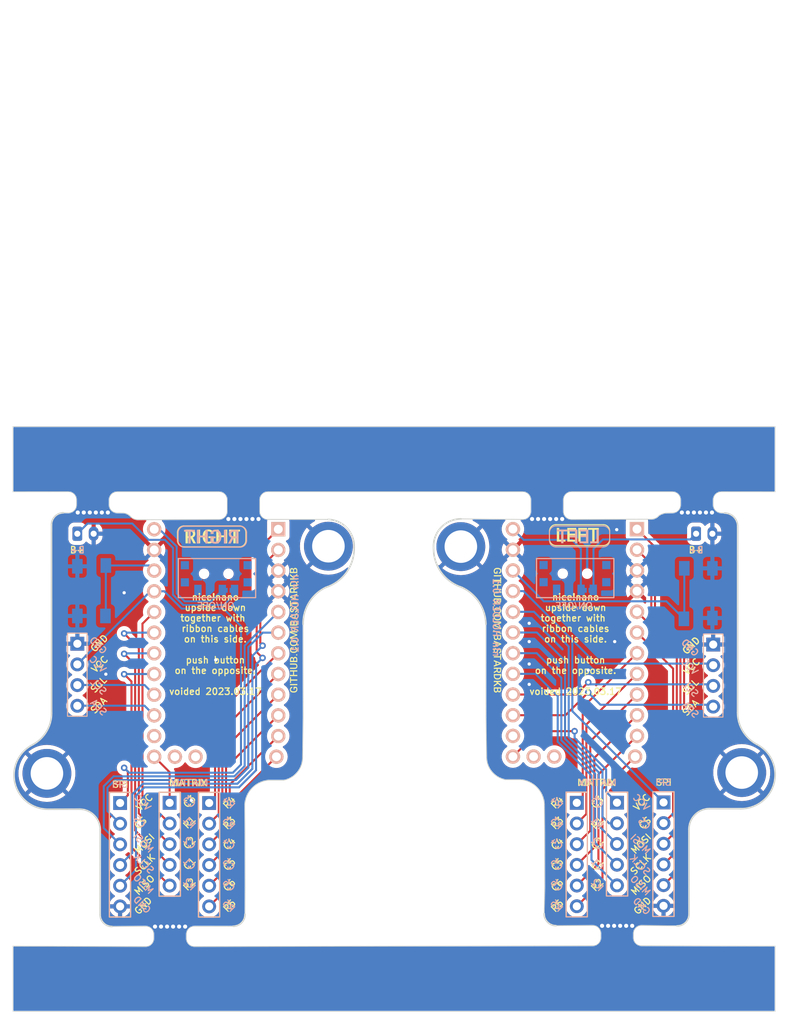
<source format=kicad_pcb>
(kicad_pcb (version 20221018) (generator pcbnew)
  (layers (0 "F.Cu" signal) (31 "B.Cu" signal) (34 "B.Paste" user) (35 "F.Paste" user) (36 "B.SilkS" user "B.Silkscreen") (37 "F.SilkS" user "F.Silkscreen") (38 "B.Mask" user) (39 "F.Mask" user) (44 "Edge.Cuts" user))
  (net 0 "")
  (net 1 "Rst")
  (net 2 "Rst2")
  (net 3 "ss_l")
  (net 4 "ss_r")
  (net 5 "col3_l")
  (net 6 "row1_l")
  (net 7 "col2_l")
  (net 8 "col1_l")
  (net 9 "row2_l")
  (net 10 "row4_l")
  (net 11 "row3_l")
  (net 12 "col4_l")
  (net 13 "col5_l")
  (net 14 "col6_l")
  (net 15 "row5_l")
  (net 16 "col3_r")
  (net 17 "row1_r")
  (net 18 "col2_r")
  (net 19 "col1_r")
  (net 20 "row2_r")
  (net 21 "row4_r")
  (net 22 "row3_r")
  (net 23 "col4_r")
  (net 24 "col5_r")
  (net 25 "col6_r")
  (net 26 "row5_r")
  (net 27 "GND")
  (net 28 "scl_l")
  (net 29 "sda_l")
  (net 30 "scl_r")
  (net 31 "sda_r")
  (net 32 "+5V")
  (net 33 "miso_l")
  (net 34 "sc_l")
  (net 35 "mosi_l")
  (net 36 "miso_r")
  (net 37 "sc_r")
  (net 38 "mosi_r")
  (net 39 "bat_l")
  (net 40 "bat_r")
  (net 41 "bat_sw_l")
  (net 42 "bat_sw_r")
  (footprint "Library:5_PinHeader" (layer "F.Cu") (at 127.832542 102.8)
    (fp_text reference "J9" hide)
    (fp_text value "Ribbon")
  )
  (footprint "marbastlib-various:mousebites_2.5mm" (layer "F.Cu") (at 127.89 117.95 90)
    (fp_text reference "REF**" hide)
    (fp_text value "mousebites 2mm" hide)
    (fp_line (start -1.5 -2) (end -1 -2) (stroke (width 0.08)) (layer "Edge.Cuts"))
    (fp_line (start -1 2) (end -1.5 2) (stroke (width 0.08)) (layer "Edge.Cuts"))
    (fp_arc (start -2.5 3) (mid -2.207108 2.292895) (end -1.500003 2.000003) (stroke (width 0.08)) (layer "Edge.Cuts"))
    (fp_arc (start -1.5 -2) (mid -2.207105 -2.292892) (end -2.499997 -2.999997) (stroke (width 0.08)) (layer "Edge.Cuts"))
    (fp_arc (start -1 2) (mid -0.292895 2.292892) (end -0.000003 2.999997) (stroke (width 0.08)) (layer "Edge.Cuts"))
    (fp_arc (start 0 -3) (mid -0.292892 -2.292895) (end -0.999997 -2.000003) (stroke (width 0.08)) (layer "Edge.Cuts"))
  )
  (footprint "Library:6_PinHeader" (layer "F.Cu") (at 177.847199 102.799999)
    (fp_text reference "J12" hide)
    (fp_text value "Ribbon")
  )
  (footprint "marbastlib-various:mousebites_2.5mm" (layer "F.Cu") (at 118.4 67.195 -90)
    (fp_text reference "REF**" hide)
    (fp_text value "mousebites 2mm" hide)
    (fp_line (start -1.6 -2) (end -1 -2) (stroke (width 0.08)) (layer "Edge.Cuts"))
    (fp_line (start -1 2) (end -1.600003 2.000003) (stroke (width 0.08)) (layer "Edge.Cuts"))
    (fp_arc (start -2.6 3) (mid -2.307108 2.292895) (end -1.600003 2.000003) (stroke (width 0.08)) (layer "Edge.Cuts"))
    (fp_arc (start -1.6 -2) (mid -2.307105 -2.292892) (end -2.599997 -2.999997) (stroke (width 0.08)) (layer "Edge.Cuts"))
    (fp_arc (start -1 2) (mid -0.292895 2.292892) (end -0.000003 2.999997) (stroke (width 0.08)) (layer "Edge.Cuts"))
    (fp_arc (start 0 -3) (mid -0.292892 -2.292895) (end -0.999997 -2.000003) (stroke (width 0.08)) (layer "Edge.Cuts"))
  )
  (footprint "kibuzzard-61F01940" (layer "F.Cu") (at 130.15 100.307596)
    (fp_text reference "kibuzzard-61F01940" hide)
    (fp_text value "G***" hide)
  )
  (footprint "marbastlib-various:mousebites_2.5mm" (layer "F.Cu") (at 174.2 67.995 -90)
    (fp_text reference "REF**" hide)
    (fp_text value "mousebites 2mm" hide)
    (fp_line (start -2.4 -2) (end -1 -2) (stroke (width 0.08)) (layer "Edge.Cuts"))
    (fp_line (start -1 2) (end -2.400003 2.000003) (stroke (width 0.08)) (layer "Edge.Cuts"))
    (fp_arc (start -3.4 3) (mid -3.107108 2.292895) (end -2.400003 2.000003) (stroke (width 0.08)) (layer "Edge.Cuts"))
    (fp_arc (start -2.4 -2) (mid -3.107105 -2.292892) (end -3.399997 -2.999997) (stroke (width 0.08)) (layer "Edge.Cuts"))
    (fp_arc (start -1 2) (mid -0.292895 2.292892) (end -0.000003 2.999997) (stroke (width 0.08)) (layer "Edge.Cuts"))
    (fp_arc (start 0 -3) (mid -0.292892 -2.292895) (end -0.999997 -2.000003) (stroke (width 0.08)) (layer "Edge.Cuts"))
  )
  (footprint "Library:MountingHole_4mm_Pad_thin" (layer "F.Cu") (at 198.103921 99.08266)
    (fp_text reference "H3" hide)
    (fp_text value "M4")
  )
  (footprint "marbastlib-various:mousebites_2.5mm" (layer "F.Cu") (at 192.6 67.195 -90)
    (fp_text reference "REF**" hide)
    (fp_text value "mousebites 2mm" hide)
    (fp_line (start -1.6 -2) (end -1 -2) (stroke (width 0.08)) (layer "Edge.Cuts"))
    (fp_line (start -1 2) (end -1.600003 2.000003) (stroke (width 0.08)) (layer "Edge.Cuts"))
    (fp_arc (start -2.6 3) (mid -2.307108 2.292895) (end -1.600003 2.000003) (stroke (width 0.08)) (layer "Edge.Cuts"))
    (fp_arc (start -1.6 -2) (mid -2.307105 -2.292892) (end -2.599997 -2.999997) (stroke (width 0.08)) (layer "Edge.Cuts"))
    (fp_arc (start -1 2) (mid -0.292895 2.292892) (end -0.000003 2.999997) (stroke (width 0.08)) (layer "Edge.Cuts"))
    (fp_arc (start 0 -3) (mid -0.292892 -2.292895) (end -0.999997 -2.000003) (stroke (width 0.08)) (layer "Edge.Cuts"))
  )
  (footprint "Connector_JST:JST_PH_B2B-PH-K_1x02_P2.00mm_Vertical" (layer "F.Cu") (at 192.5 69.75)
    (fp_text reference "J6" hide)
    (fp_text value "battery charge")
  )
  (footprint "Library:5_PinHeader" (layer "F.Cu") (at 182.780541 102.779999)
    (fp_text reference "J11" hide)
    (fp_text value "Ribbon")
  )
  (footprint "Library:MountingHole_4mm_Pad_thin" (layer "F.Cu") (at 112.76262 99.18266)
    (fp_text reference "H4" hide)
    (fp_text value "M4")
  )
  (footprint "Library:6_PinHeader" (layer "F.Cu") (at 121.75 102.819999)
    (fp_text reference "J7" hide)
    (fp_text value "trackball")
  )
  (footprint "Library:MountingHole_4mm_Pad_thin" (layer "F.Cu") (at 147.33762 71.28266)
    (fp_text reference "H2" hide)
    (fp_text value "M4")
  )
  (footprint "kibuzzard-6208EFFE" (layer "F.Cu") (at 177.972311 69.878921)
    (fp_text reference "kibuzzard-6208EFFE" hide)
    (fp_text value "G***" hide)
  )
  (footprint "kibuzzard-61F01B61" (layer "F.Cu") (at 133.131898 70.089775)
    (fp_text reference "kibuzzard-61F01B61" hide)
    (fp_text value "G***" hide)
  )
  (footprint "Library:PinHeader_1x04_P2.54mm_Vertical" (layer "F.Cu") (at 194.6 83.36)
    (fp_text reference "J13" hide)
    (fp_text value "serial")
  )
  (footprint "marbastlib-various:mousebites_2.5mm" (layer "F.Cu") (at 136.9 67.995 -90)
    (fp_text reference "REF**" hide)
    (fp_text value "mousebites 2mm" hide)
    (fp_line (start -2.4 -2) (end -1 -2) (stroke (width 0.08)) (layer "Edge.Cuts"))
    (fp_line (start -1 2) (end -2.400003 2.000003) (stroke (width 0.08)) (layer "Edge.Cuts"))
    (fp_arc (start -3.4 3) (mid -3.107108 2.292895) (end -2.400003 2.000003) (stroke (width 0.08)) (layer "Edge.Cuts"))
    (fp_arc (start -2.4 -2) (mid -3.107105 -2.292892) (end -3.399997 -2.999997) (stroke (width 0.08)) (layer "Edge.Cuts"))
    (fp_arc (start -1 2) (mid -0.292895 2.292892) (end -0.000003 2.999997) (stroke (width 0.08)) (layer "Edge.Cuts"))
    (fp_arc (start 0 -3) (mid -0.292892 -2.292895) (end -0.999997 -2.000003) (stroke (width 0.08)) (layer "Edge.Cuts"))
  )
  (footprint "kibuzzard-61F01A92" (layer "F.Cu") (at 168.07 81.6 -90)
    (fp_text reference "kibuzzard-61F01A92" hide)
    (fp_text value "G***" hide)
  )
  (footprint "marbastlib-various:mousebites_2.5mm" (layer "F.Cu") (at 182.8 117.855 90)
    (fp_text reference "REF**" hide)
    (fp_text value "mousebites 2mm" hide)
    (fp_line (start -1.5 -2) (end -1 -2) (stroke (width 0.08)) (layer "Edge.Cuts"))
    (fp_line (start -1 2) (end -1.5 2) (stroke (width 0.08)) (layer "Edge.Cuts"))
    (fp_arc (start -2.5 3) (mid -2.207108 2.292895) (end -1.500003 2.000003) (stroke (width 0.08)) (layer "Edge.Cuts"))
    (fp_arc (start -1.5 -2) (mid -2.207105 -2.292892) (end -2.499997 -2.999997) (stroke (width 0.08)) (layer "Edge.Cuts"))
    (fp_arc (start -1 2) (mid -0.292895 2.292892) (end -0.000003 2.999997) (stroke (width 0.08)) (layer "Edge.Cuts"))
    (fp_arc (start 0 -3) (mid -0.292892 -2.292895) (end -0.999997 -2.000003) (stroke (width 0.08)) (layer "Edge.Cuts"))
  )
  (footprint "kibuzzard-61F01957" (layer "F.Cu") (at 121.75 100.5)
    (fp_text reference "kibuzzard-61F01957" hide)
    (fp_text value "G***" hide)
  )
  (footprint "kibuzzard-61F01940" (layer "F.Cu") (at 180.2962 100.287596)
    (fp_text reference "kibuzzard-61F01940" hide)
    (fp_text value "G***" hide)
  )
  (footprint "Connector_JST:JST_PH_B2B-PH-K_1x02_P2.00mm_Vertical" (layer "F.Cu") (at 116.5 69.75)
    (fp_text reference "J3" hide)
    (fp_text value "battery charge")
  )
  (footprint "Library:PinHeader_1x04_P2.54mm_Vertical" (layer "F.Cu") (at 116.5 83.26)
    (fp_text reference "J14" hide)
    (fp_text value "serial")
  )
  (footprint "Library:MountingHole_4mm_Pad_thin" (layer "F.Cu") (at 163.603921 71.33266)
    (fp_text reference "H1" hide)
    (fp_text value "M4")
  )
  (footprint "kibuzzard-61F01A92" (layer "F.Cu") (at 143.1 81.6 90)
    (fp_text reference "kibuzzard-61F01A92" hide)
    (fp_text value "G***" hide)
  )
  (footprint "kibuzzard-61F01957" (layer "F.Cu") (at 188.5 100.25)
    (fp_text reference "kibuzzard-61F01957" hide)
    (fp_text value "G***" hide)
  )
  (footprint "Library:6_PinHeader" (layer "F.Cu") (at 188.5 102.75)
    (fp_text reference "J8" hide)
    (fp_text value "trackball")
  )
  (footprint "Library:6_PinHeader" (layer "F.Cu") (at 132.689684 102.819999)
    (fp_text reference "J10" hide)
    (fp_text value "Ribbon")
  )
  (footprint "kibuzzard-61F01957" (layer "B.Cu") (at 188.5 100.25 180)
    (fp_text reference "kibuzzard-61F01957" hide)
    (fp_text value "G***" hide)
  )
  (footprint "Library:power_switch_jumper" (layer "B.Cu") (at 135.0825 76.7 90)
    (fp_text reference "JP1" hide)
    (fp_text value "Jumper_2_Open" hide)
  )
  (footprint "Library:SW_SPDT+H-MSK12C01_hor(7pin_SMD)" (layer "B.Cu") (at 177.62 74.65)
    (fp_text reference "SW4")
    (fp_text value "SW_SPDT")
  )
  (footprint "Library:power_switch_jumper" (layer "B.Cu") (at 179.1825 76.7 90)
    (fp_text reference "JP2" hide)
    (fp_text value "Jumper_2_Open" hide)
  )
  (footprint "Library:Elite-C" (layer "B.Cu") (at 177.62 83.15 -90)
    (fp_text reference "U2" hide)
    (fp_text value "eliteC" hide)
  )
  (footprint "Library:PushSwitch" (layer "B.Cu") (at 192.8 77.1 -90)
    (fp_text reference "SW2" hide)
    (fp_text value "SW_SPST")
  )
  (footprint "kibuzzard-620B8593" (layer "B.Cu") (at 133.5 78.6 180)
    (fp_text reference "kibuzzard-620B8593" hide)
    (fp_text value "G***" hide)
  )
  (footprint "kibuzzard-620B8593" (layer "B.Cu") (at 177.5 78.6 180)
    (fp_text reference "kibuzzard-620B8593" hide)
    (fp_text value "G***" hide)
  )
  (footprint "kibuzzard-6208EFFE" (layer "B.Cu") (at 177.972311 70.078921 180)
    (fp_text reference "kibuzzard-6208EFFE" hide)
    (fp_text value "G***" hide)
  )
  (footprint "Library:PushSwitch" (layer "B.Cu") (at 118.2 76.75 90)
    (fp_text reference "SW1" hide)
    (fp_text value "SW_SPST")
  )
  (footprint "Library:Elite-C" (layer "B.Cu") (at 133.56 83.17 -90)
    (fp_text reference "U1" hide)
    (fp_text value "eliteC" hide)
  )
  (footprint "kibuzzard-61F01940" (layer "B.Cu") (at 130.2 100.307596 180)
    (fp_text reference "kibuzzard-61F01940" hide)
    (fp_text value "G***" hide)
  )
  (footprint "Library:SW_SPDT+H-MSK12C01_hor(7pin_SMD)" (layer "B.Cu") (at 133.56 74.67)
    (fp_text reference "SW3")
    (fp_text value "SW_SPDT")
  )
  (footprint "kibuzzard-61F01957" (layer "B.Cu") (at 121.75 100.5 180)
    (fp_text reference "kibuzzard-61F01957" hide)
    (fp_text value "G***" hide)
  )
  (footprint "kibuzzard-61F01940" (layer "B.Cu") (at 180.3462 100.287596 180)
    (fp_text reference "kibuzzard-61F01940" hide)
    (fp_text value "G***" hide)
  )
  (footprint "kibuzzard-61F01B61" (layer "B.Cu") (at 132.951528 70.110754 180)
    (fp_text reference "kibuzzard-61F01B61" hide)
    (fp_text value "G***" hide)
  )
  (gr_arc (start 129.654811 71.391078) (mid 129.111527 71.160324) (end 128.873922 70.62) (stroke (width 0.15)) (layer "B.SilkS"))
  (gr_rect (start 128.9 72.8) (end 138.4 77.6) (stroke (width 0.15)) (fill none) (layer "B.SilkS"))
  (gr_line (start 181.893389 69.571081) (end 181.893389 70.590192) (stroke (width 0.12)) (layer "B.SilkS"))
  (gr_arc (start 175.272311 71.371081) (mid 174.72906 71.140293) (end 174.491422 70.600003) (stroke (width 0.12)) (layer "B.SilkS"))
  (gr_line (start 136.495 68.82) (end 129.67 68.82) (stroke (width 0.15)) (layer "B.SilkS"))
  (gr_arc (start 181.1125 68.800003) (mid 181.655751 69.030791) (end 181.893389 69.571081) (stroke (width 0.12)) (layer "B.SilkS"))
  (gr_arc (start 181.893389 70.590192) (mid 181.653719 71.142086) (end 181.097311 71.371082) (stroke (width 0.12)) (layer "B.SilkS"))
  (gr_line (start 175.272311 71.371081) (end 181.097311 71.371081) (stroke (width 0.12)) (layer "B.SilkS"))
  (gr_line (start 174.491422 70.600003) (end 174.491422 69.580892) (stroke (width 0.12)) (layer "B.SilkS"))
  (gr_line (start 181.1125 68.800003) (end 175.2875 68.800002) (stroke (width 0.12)) (layer "B.SilkS"))
  (gr_arc (start 136.495 68.82) (mid 137.038284 69.050754) (end 137.275889 69.591078) (stroke (width 0.15)) (layer "B.SilkS"))
  (gr_line (start 129.654811 71.391078) (end 136.479811 71.391079) (stroke (width 0.15)) (layer "B.SilkS"))
  (gr_line (start 137.275889 69.591078) (end 137.275889 70.610189) (stroke (width 0.15)) (layer "B.SilkS"))
  (gr_rect (start 172.9 72.8) (end 182.4 77.6) (stroke (width 0.15)) (fill none) (layer "B.SilkS"))
  (gr_arc (start 174.491422 69.580892) (mid 174.731092 69.028998) (end 175.2875 68.800002) (stroke (width 0.12)) (layer "B.SilkS"))
  (gr_line (start 128.873922 70.62) (end 128.873922 69.600889) (stroke (width 0.15)) (layer "B.SilkS"))
  (gr_arc (start 128.873922 69.600889) (mid 129.113616 69.04902) (end 129.67 68.819999) (stroke (width 0.15)) (layer "B.SilkS"))
  (gr_arc (start 137.275889 70.610189) (mid 137.036195 71.162058) (end 136.479811 71.391079) (stroke (width 0.15)) (layer "B.SilkS"))
  (gr_line (start 128.807537 70.58921) (end 128.807537 69.570099) (stroke (width 0.15)) (layer "F.SilkS"))
  (gr_line (start 129.603615 71.3701) (end 136.428615 71.370099) (stroke (width 0.15)) (layer "F.SilkS"))
  (gr_arc (start 137.209504 70.599021) (mid 136.971899 71.139345) (end 136.428615 71.370099) (stroke (width 0.15)) (layer "F.SilkS"))
  (gr_line (start 181.893389 69.409811) (end 181.893389 70.428922) (stroke (width 0.12)) (layer "F.SilkS"))
  (gr_arc (start 181.893389 70.428922) (mid 181.655751 70.969212) (end 181.1125 71.2) (stroke (width 0.12)) (layer "F.SilkS"))
  (gr_arc (start 181.097311 68.628921) (mid 181.653719 68.857917) (end 181.893389 69.409811) (stroke (width 0.12)) (layer "F.SilkS"))
  (gr_arc (start 175.2875 71.200001) (mid 174.731092 70.971005) (end 174.491422 70.419111) (stroke (width 0.12)) (layer "F.SilkS"))
  (gr_arc (start 174.491422 69.4) (mid 174.72906 68.85971) (end 175.272311 68.628922) (stroke (width 0.12)) (layer "F.SilkS"))
  (gr_line (start 174.491422 70.419111) (end 174.491422 69.4) (stroke (width 0.12)) (layer "F.SilkS"))
  (gr_line (start 181.097311 68.628921) (end 175.272311 68.628922) (stroke (width 0.12)) (layer "F.SilkS"))
  (gr_arc (start 128.807537 69.570099) (mid 129.045142 69.029775) (end 129.588426 68.799021) (stroke (width 0.15)) (layer "F.SilkS"))
  (gr_arc (start 129.603615 71.3701) (mid 129.047231 71.141079) (end 128.807537 70.58921) (stroke (width 0.15)) (layer "F.SilkS"))
  (gr_line (start 175.2875 71.2) (end 181.1125 71.2) (stroke (width 0.12)) (layer "F.SilkS"))
  (gr_line (start 137.209504 69.57991) (end 137.209504 70.599021) (stroke (width 0.15)) (layer "F.SilkS"))
  (gr_arc (start 136.413426 68.79902) (mid 136.96981 69.028041) (end 137.209504 69.57991) (stroke (width 0.15)) (layer "F.SilkS"))
  (gr_line (start 136.413426 68.799021) (end 129.588426 68.799021) (stroke (width 0.15)) (layer "F.SilkS"))
  (gr_line (start 130.889997 117.950003) (end 135.631351 117.953354) (stroke (width 0.1)) (layer "Edge.Cuts"))
  (gr_line (start 195.6 67.195) (end 195.986955 67.209104) (stroke (width 0.1)) (layer "Edge.Cuts"))
  (gr_arc (start 113.341486 91.773749) (mid 112.713926 94.049213) (end 111.001486 95.673749) (stroke (width 0.2)) (layer "Edge.Cuts"))
  (gr_line (start 137.096291 106.475003) (end 137.07 103.02) (stroke (width 0.1)) (layer "Edge.Cuts"))
  (gr_line (start 202.2 120.4) (end 202.2 128.4) (stroke (width 0.1)) (layer "Edge.Cuts"))
  (gr_arc (start 123.961303 68.03306) (mid 123.432539 67.923329) (end 123 67.6) (stroke (width 0.1)) (layer "Edge.Cuts"))
  (gr_line (start 163.62525 67.926116) (end 171.200003 67.994997) (stroke (width 0.1)) (layer "Edge.Cuts"))
  (gr_arc (start 144.230005 80.872466) (mid 144.961194 78.178153) (end 147.046951 76.322466) (stroke (width 0.2)) (layer "Edge.Cuts"))
  (gr_line (start 170.932032 99.95202) (end 169.060898 99.95202) (stroke (width 0.1)) (layer "Edge.Cuts"))
  (gr_line (start 141.87 100.02) (end 139.998866 100.02) (stroke (width 0.1)) (layer "Edge.Cuts"))
  (gr_arc (start 191.628074 116.465413) (mid 191.192415 117.495394) (end 190.15554 117.914382) (stroke (width 0.2)) (layer "Edge.Cuts"))
  (gr_line (start 185.799997 117.855003) (end 190.15554 117.914382) (stroke (width 0.1)) (layer "Edge.Cuts"))
  (gr_line (start 173.90589 113.224993) (end 173.837548 116.409253) (stroke (width 0.1)) (layer "Edge.Cuts"))
  (gr_line (start 124.890003 120.449997) (end 108.6 120.4) (stroke (width 0.1)) (layer "Edge.Cuts"))
  (gr_line (start 144.230005 85.631645) (end 144.230005 80.872466) (stroke (width 0.1)) (layer "Edge.Cuts"))
  (gr_line (start 112.943471 103.585074) (end 116.773949 103.576051) (stroke (width 0.2)) (layer "Edge.Cuts"))
  (gr_arc (start 147.305648 67.994096) (mid 149.64034 69.075303) (end 150.500942 71.5) (stroke (width 0.2)) (layer "Edge.Cuts"))
  (gr_arc (start 144.17 97.12) (mid 143.551367 98.991429) (end 141.87 100.02) (stroke (width 0.1)) (layer "Edge.Cuts"))
  (gr_arc (start 199.929412 95.605769) (mid 202.084528 100.328794) (end 197.987427 103.517094) (stroke (width 0.2)) (layer "Edge.Cuts"))
  (gr_line (start 137.108072 113.224991) (end 137.096291 106.475003) (stroke (width 0.1)) (layer "Edge.Cuts"))
  (gr_line (start 195.599997 64.595003) (end 202.2 64.6) (stroke (width 0.1)) (layer "Edge.Cuts"))
  (gr_arc (start 160.25 71.5) (mid 161.167564 68.985797) (end 163.62525 67.926116) (stroke (width 0.2)) (layer "Edge.Cuts"))
  (gr_line (start 137.108072 113.224991) (end 137.09335 116.477233) (stroke (width 0.1)) (layer "Edge.Cuts"))
  (gr_arc (start 150.500942 71.5) (mid 149.564986 74.477799) (end 147.046951 76.322466) (stroke (width 0.2)) (layer "Edge.Cuts"))
  (gr_line (start 121.4 67.195) (end 122.1 67.2) (stroke (width 0.1)) (layer "Edge.Cuts"))
  (gr_line (start 108.6 64.6) (end 115.4 64.595) (stroke (width 0.1)) (layer "Edge.Cuts"))
  (gr_arc (start 187.930898 67.53202) (mid 188.360683 67.313155) (end 188.831761 67.2097) (stroke (width 0.1)) (layer "Edge.Cuts"))
  (gr_line (start 173.90589 113.224993) (end 173.894109 106.475005) (stroke (width 0.1)) (layer "Edge.Cuts"))
  (gr_line (start 115.400003 67.194997) (end 114.781486 67.183749) (stroke (width 0.1)) (layer "Edge.Cuts"))
  (gr_line (start 144.17 97.12) (end 144.241786 92.381633) (stroke (width 0.1)) (layer "Edge.Cuts"))
  (gr_line (start 166.684457 85.563665) (end 166.689112 92.313653) (stroke (width 0.1)) (layer "Edge.Cuts"))
  (gr_line (start 191.616949 106.048071) (end 191.628074 116.465413) (stroke (width 0.2)) (layer "Edge.Cuts"))
  (gr_arc (start 170.932032 99.95202) (mid 172.956423 100.905339) (end 173.860898 102.95202) (stroke (width 0.1)) (layer "Edge.Cuts"))
  (gr_line (start 177.199997 64.595003) (end 189.6 64.595) (stroke (width 0.1)) (layer "Edge.Cuts"))
  (gr_line (start 186.969595 67.96508) (end 177.2 67.995) (stroke (width 0.1)) (layer "Edge.Cuts"))
  (gr_line (start 139.9 67.995) (end 147.305648 67.994096) (stroke (width 0.1)) (layer "Edge.Cuts"))
  (gr_line (start 166.689112 92.313653) (end 166.760898 97.05202) (stroke (width 0.1)) (layer "Edge.Cuts"))
  (gr_line (start 202.2 56.6) (end 202.2 64.6) (stroke (width 0.1)) (layer "Edge.Cuts"))
  (gr_line (start 189.600003 67.194997) (end 188.831761 67.2097) (stroke (width 0.1)) (layer "Edge.Cuts"))
  (gr_arc (start 122.1 67.2) (mid 122.587196 67.31631) (end 123 67.6) (stroke (width 0.1)) (layer "Edge.Cuts"))
  (gr_line (start 120.775358 117.982362) (end 124.89 117.95) (stroke (width 0.1)) (layer "Edge.Cuts"))
  (gr_arc (start 187.930898 67.53202) (mid 187.498359 67.855349) (end 186.969595 67.96508) (stroke (width 0.1)) (layer "Edge.Cuts"))
  (gr_line (start 175.299547 117.885374) (end 179.8 117.855) (stroke (width 0.1)) (layer "Edge.Cuts"))
  (gr_arc (start 163.703991 76.322466) (mid 161.185957 74.477798) (end 160.25 71.5) (stroke (width 0.2)) (layer "Edge.Cuts"))
  (gr_arc (start 169.060898 99.95202) (mid 167.379531 98.923449) (end 166.760898 97.05202) (stroke (width 0.1)) (layer "Edge.Cuts"))
  (gr_line (start 108.6 56.6) (end 202.2 56.6) (stroke (width 0.1)) (layer "Edge.Cuts"))
  (gr_arc (start 112.943471 103.585074) (mid 108.84637 100.396774) (end 111.001486 95.673749) (stroke (width 0.2)) (layer "Edge.Cuts"))
  (gr_line (start 108.6 128.4) (end 108.6 120.4) (stroke (width 0.1)) (layer "Edge.Cuts"))
  (gr_line (start 173.860898 102.95202) (end 173.894109 106.475005) (stroke (width 0.1)) (layer "Edge.Cuts"))
  (gr_arc (start 113.331486 68.653749) (mid 113.754912 67.621278) (end 114.781486 67.183749) (stroke (width 0.2)) (layer "Edge.Cuts"))
  (gr_line (start 179.800003 120.354997) (end 130.89 120.45) (stroke (width 0.1)) (layer "Edge.Cuts"))
  (gr_line (start 197.589412 91.705769) (end 197.6 68.857256) (stroke (width 0.2)) (layer "Edge.Cuts"))
  (gr_line (start 119.302824 116.533393) (end 119.313949 106.116051) (stroke (width 0.2)) (layer "Edge.Cuts"))
  (gr_arc (start 163.703991 76.322466) (mid 165.856247 78.16381) (end 166.684457 80.872466) (stroke (width 0.2)) (layer "Edge.Cuts"))
  (gr_line (start 144.241786 92.381633) (end 144.230005 85.631645) (stroke (width 0.1)) (layer "Edge.Cuts"))
  (gr_line (start 202.2 128.4) (end 108.6 128.4) (stroke (width 0.1)) (layer "Edge.Cuts"))
  (gr_line (start 123.961303 68.03306) (end 133.900003 67.994997) (stroke (width 0.1)) (layer "Edge.Cuts"))
  (gr_line (start 194.156949 103.508071) (end 197.987427 103.517094) (stroke (width 0.2)) (layer "Edge.Cuts"))
  (gr_arc (start 137.09335 116.477233) (mid 136.67 117.52) (end 135.631351 117.953354) (stroke (width 0.2)) (layer "Edge.Cuts"))
  (gr_arc (start 120.775358 117.982362) (mid 119.738483 117.563374) (end 119.302824 116.533393) (stroke (width 0.2)) (layer "Edge.Cuts"))
  (gr_line (start 202.2 120.4) (end 185.8 120.355) (stroke (width 0.1)) (layer "Edge.Cuts"))
  (gr_line (start 139.899997 64.595003) (end 171.2 64.595) (stroke (width 0.1)) (layer "Edge.Cuts"))
  (gr_arc (start 116.773949 103.576051) (mid 118.57 104.32) (end 119.313949 106.116051) (stroke (width 0.2)) (layer "Edge.Cuts"))
  (gr_line (start 133.9 64.595) (end 121.399997 64.595003) (stroke (width 0.1)) (layer "Edge.Cuts"))
  (gr_arc (start 137.07 103.02) (mid 137.974475 100.973319) (end 139.998866 100.02) (stroke (width 0.1)) (layer "Edge.Cuts"))
  (gr_arc (start 175.299547 117.885374) (mid 174.260898 117.45202) (end 173.837548 116.409253) (stroke (width 0.2)) (layer "Edge.Cuts"))
  (gr_line (start 108.6 64.6) (end 108.6 56.6) (stroke (width 0.1)) (layer "Edge.Cuts"))
  (gr_arc (start 199.929412 95.605769) (mid 198.216972 93.981233) (end 197.589412 91.705769) (stroke (width 0.2)) (layer "Edge.Cuts"))
  (gr_line (start 166.684457 80.872466) (end 166.684457 85.563665) (stroke (width 0.1)) (layer "Edge.Cuts"))
  (gr_arc (start 195.986955 67.209104) (mid 197.133909 67.7) (end 197.6 68.857256) (stroke (width 0.2)) (layer "Edge.Cuts"))
  (gr_line (start 113.331486 68.653749) (end 113.341486 91.773749) (stroke (width 0.2)) (layer "Edge.Cuts"))
  (gr_arc (start 191.616949 106.048071) (mid 192.360898 104.25202) (end 194.156949 103.508071) (stroke (width 0.2)) (layer "Edge.Cuts"))
  (gr_text "n!n HOLDER 0.1" (at 143.25 79.55 90) (layer "B.SilkS") (effects (font (size 0.8 0.8)) (justify mirror)))
  (gr_text "R4" (at 175.37 102.76 -45) (layer "B.SilkS") (effects (font (size 0.8 0.8)) (justify mirror)))
  (gr_text "C2" (at 180.3462 107.82 -45) (layer "B.SilkS") (effects (font (size 0.8 0.8)) (justify mirror)))
  (gr_text "C4" (at 175.37 107.84 -45) (layer "B.SilkS") (effects (font (size 0.8 0.8)) (justify mirror)))
  (gr_text "GND" (at 119.05 83.470001 -45) (layer "B.SilkS") (effects (font (size 0.8 0.8)) (justify mirror)))
  (gr_text "R4" (at 135.0938 102.760001 315) (layer "B.SilkS") (effects (font (size 0.8 0.8)) (justify mirror)))
  (gr_text "C6" (at 135.0938 112.920001 315) (layer "B.SilkS") (effects (font (size 0.8 0.8)) (justify mirror)))
  (gr_text "R5" (at 135.0938 115.460001 315) (layer "B.SilkS") (effects (font (size 0.8 0.8)) (justify mirror)))
  (gr_text "GND" (at 191.75 83.75 -45) (layer "B.SilkS") (effects (font (size 0.8 0.8)) (justify mirror)))
  (gr_text "VCC" (at 191.7 86.069999 315) (layer "B.SilkS") (effects (font (size 0.8 0.8)) (justify mirror)))
  (gr_text "GND" (at 191.75 83.75 -45) (layer "B.SilkS") (effects (font (size 0.8 0.8)) (justify mirror)))
  (gr_text "R2" (at 180.3462 112.9 -45) (layer "B.SilkS") (effects (font (size 0.8 0.8)) (justify mirror)))
  (gr_text "C6" (at 175.37 112.92 -45) (layer "B.SilkS") (effects (font (size 0.8 0.8)) (justify mirror)))
  (gr_text "R5" (at 175.3446 115.454058 -45) (layer "B.SilkS") (effects (font (size 0.8 0.8)) (justify mirror)))
  (gr_text "GND" (at 124.438375 115.319999 -45) (layer "B.SilkS") (effects (font (size 0.8 0.8)) (justify mirror)))
  (gr_text "C1" (at 130.25 110.279999 -45) (layer "B.SilkS") (effects (font (size 0.8 0.8)) (justify mirror)))
  (gr_text "R1" (at 180.3462 105.28 -45) (layer "B.SilkS") (effects (font (size 0.8 0.8)) (justify mirror)))
  (gr_text "VCC" (at 124.5 102.75 315) (layer "B.SilkS") (effects (font (size 0.8 0.8)) (justify mirror)))
  (gr_text "R1" (at 130.25 105.199999 -45) (layer "B.SilkS") (effects (font (size 0.8 0.8)) (justify mirror)))
  (gr_text "C5" (at 175.37 110.38 -45) (layer "B.SilkS") (effects (font (size 0.8 0.8)) (justify mirror)))
  (gr_text "C4" (at 135.0938 107.840001 315) (layer "B.SilkS") (effects (font (size 0.8 0.8)) (justify mirror)))
  (gr_text "n!n HOLDER 0.1" (at 167.95 80.05 270) (layer "B.SilkS") (effects (font (size 0.8 0.8)) (justify mirror)))
  (gr_text "MOSI" (at 185.6462 107.879998 -45) (layer "B.SilkS") (effects (font (size 0.8 0.8)) (justify mirror)))
  (gr_text "GND" (at 185.807824 115.499999 -45) (layer "B.SilkS") (effects (font (size 0.8 0.8)) (justify mirror)))
  (gr_text "VCC" (at 119 85.79 315) (layer "B.SilkS") (effects (font (size 0.8 0.8)) (justify mirror)))
  (gr_text "R3" (at 135.0938 105.300001 315) (layer "B.SilkS") (effects (font (size 0.8 0.8)) (justify mirror)))
  (gr_text "SCL" (at 119.101845 88.55 -45) (layer "B.SilkS") (effects (font (size 0.8 0.8)) (justify mirror)))
  (gr_text "MISO" (at 185.6462 112.959998 -45) (layer "B.SilkS") (effects (font (size 0.8 0.8)) (justify mirror)))
  (gr_text "CS" (at 186.117604 105.339999 -45) (layer "B.SilkS") (effects (font (size 0.8 0.8)) (justify mirror)))
  (gr_text "MOSI" (at 124.6 107.699998 -45) (layer "B.SilkS") (effects (font (size 0.8 0.8)) (justify mirror)))
  (gr_text "MISO" (at 124.6 112.779998 -45) (layer "B.SilkS") (effects (font (size 0.8 0.8)) (justify mirror)))
  (gr_text "SCL" (at 191.801845 88.829999 -45) (layer "B.SilkS") (effects (font (size 0.8 0.8)) (justify mirror)))
  (gr_text "R2" (at 130.25 112.819999 -45) (layer "B.SilkS") (effects (font (size 0.8 0.8)) (justify mirror)))
  (gr_text "C3" (at 180.3462 102.74 -45) (layer "B.SilkS") (effects (font (size 0.8 0.8)) (justify mirror)))
  (gr_text "SDA" (at 191.815313 91.369999 -45) (layer "B.SilkS") (effects (font (size 0.8 0.8)) (justify mirror)))
  (gr_text "C3" (at 130.25 102.659999 -45) (layer "B.SilkS") (effects (font (size 0.8 0.8)) (justify mirror)))
  (gr_text "R3" (at 175.37 105.3 -45) (layer "B.SilkS") (effects (font (size 0.8 0.8)) (justify mirror)))
  (gr_text "SDA" (at 119.115313 91.09 -45) (layer "B.SilkS") (effects (font (size 0.8 0.8)) (justify mirror)))
  (gr_text "C1" (at 180.3462 110.36 -45) (layer "B.SilkS") (effects (font (size 0.8 0.8)) (justify mirror)))
  (gr_text "CS" (at 124.128595 105.159999 -45) (layer "B.SilkS") (effects (font (size 0.8 0.8)) (justify mirror)))
  (gr_text "VCC\n" (at 185.75 102.75 315) (layer "B.SilkS") (effects (font (size 0.8 0.8)) (justify mirror)))
  (gr_text "SCLK" (at 185.605794 110.419998 -45) (layer "B.SilkS") (effects (font (size 0.8 0.8)) (justify mirror)))
  (gr_text "C2" (at 130.25 107.739999 -45) (layer "B.SilkS") (effects (font (size 0.8 0.8)) (justify mirror)))
  (gr_text "B+" (at 192.5 71.75) (layer "B.SilkS") (effects (font (size 0.8 0.8)) (justify mirror)))
  (gr_text "C5" (at 135.0938 110.380001 315) (layer "B.SilkS") (effects (font (size 0.8 0.8)) (justify mirror)))
  (gr_text "SCLK" (at 124.640406 110.239998 -45) (layer "B.SilkS") (effects (font (size 0.8 0.8)) (justify mirror)))
  (gr_text "B+" (at 116.5 71.75) (layer "B.SilkS") (effects (font (size 0.8 0.8)) (justify mirror)))
  (gr_text "MISO" (at 124.75 112.909999 45) (layer "F.SilkS") (effects (font (size 0.8 0.8))))
  (gr_text "R3" (at 135.17 105.3 45) (layer "F.SilkS") (effects (font (size 0.8 0.8))))
  (gr_text "GND" (at 191.898155 83.5 45) (layer "F.SilkS") (effects (font (size 0.8 0.8))))
  (gr_text "VCC" (at 191.95 86.069999 45) (layer "F.SilkS") (effects (font (size 0.8 0.8))))
  (gr_text "SDA" (at 191.830811 91.119999 45) (layer "F.SilkS") (effects (font (size 0.8 0.8))))
  (gr_text "R4" (at 175.4462 102.760001 45) (layer "F.SilkS") (effects (font (size 0.8 0.8))))
  (gr_text "C2" (at 130.2754 107.74 45) (layer "F.SilkS") (effects (font (size 0.8 0.8))))
  (gr_text "SCLK" (at 185.709594 110.369999 45) (layer "F.SilkS") (effects (font (size 0.8 0.8))))
  (gr_text "C2" (at 180.3716 107.820001 45) (layer "F.SilkS") (effects (font (size 0.8 0.8))))
  (gr_text "GND" (at 119.198155 83.220001 45) (layer "F.SilkS") (effects (font (size 0.8 0.8))))
  (gr_text "B+" (at 116.5 71.75) (layer "F.SilkS") (effects (font (size 0.8 0.8))))
  (gr_text "C4" (at 135.17 107.84 45) (layer "F.SilkS") (effects (font (size 0.8 0.8))))
  (gr_text "R2" (at 130.2754 112.82 45) (layer "F.SilkS") (effects (font (size 0.8 0.8))))
  (gr_text "GND" (at 185.911624 115.45 45) (layer "F.SilkS") (effects (font (size 0.8 0.8))))
  (gr_text "R1" (at 130.2754 105.2 45) (layer "F.SilkS") (effects (font (size 0.8 0.8))))
  (gr_text "MOSI" (at 185.75 107.829999 45) (layer "F.SilkS") (effects (font (size 0.8 0.8))))
  (gr_text "GND" (at 124.588375 115.45 45) (layer "F.SilkS") (effects (font (size 0.8 0.8))))
  (gr_text "C6" (at 175.4462 112.920001 45) (layer "F.SilkS") (effects (font (size 0.8 0.8))))
  (gr_text "SCLK" (at 124.790406 110.369999 45) (layer "F.SilkS") (effects (font (size 0.8 0.8))))
  (gr_text "R4" (at 135.17 102.76 45) (layer "F.SilkS") (effects (font (size 0.8 0.8))))
  (gr_text "C5" (at 175.4462 110.380001 45) (layer "F.SilkS") (effects (font (size 0.8 0.8))))
  (gr_text "C1" (at 180.3716 110.360001 45) (layer "F.SilkS") (effects (font (size 0.8 0.8))))
  (gr_text "VCC" (at 124.740406 102.75 45) (layer "F.SilkS") (effects (font (size 0.8 0.8))))
  (gr_text "MISO" (at 185.75 112.909999 45) (layer "F.SilkS") (effects (font (size 0.8 0.8))))
  (gr_text "R3" (at 175.4462 105.300001 45) (layer "F.SilkS") (effects (font (size 0.8 0.8))))
  (gr_text "GND" (at 191.898155 83.5 45) (layer "F.SilkS") (effects (font (size 0.8 0.8))))
  (gr_text "B+" (at 192.5 71.75) (layer "F.SilkS") (effects (font (size 0.8 0.8))))
  (gr_text "C3" (at 180.3716 102.740001 45) (layer "F.SilkS") (effects (font (size 0.8 0.8))))
  (gr_text "R5" (at 135.1954 115.454058 45) (layer "F.SilkS") (effects (font (size 0.8 0.8))))
  (gr_text "nice!nano\nupside down\ntogether with \nribbon cables\non this side.\n\npush button\non the opposite.\n\nvoided 2023.03.17" (at 133.45 83.333613) (layer "F.SilkS") (effects (font (size 0.8 0.8))))
  (gr_text "C5" (at 135.17 110.38 45) (layer "F.SilkS") (effects (font (size 0.8 0.8))))
  (gr_text "MOSI" (at 124.75 107.829999 45) (layer "F.SilkS") (effects (font (size 0.8 0.8))))
  (gr_text "SDA" (at 119.130811 90.84 45) (layer "F.SilkS") (effects (font (size 0.8 0.8))))
  (gr_text "SCL" (at 119.117343 88.3 45) (layer "F.SilkS") (effects (font (size 0.8 0.8))))
  (gr_text "VCC" (at 185.8284 102.75 45) (layer "F.SilkS") (effects (font (size 0.8 0.8))))
  (gr_text "C3" (at 130.2754 102.66 45) (layer "F.SilkS") (effects (font (size 0.8 0.8))))
  (gr_text "R1" (at 180.3716 105.280001 45) (layer "F.SilkS") (effects (font (size 0.8 0.8))))
  (gr_text "VCC" (at 119.25 85.79 45) (layer "F.SilkS") (effects (font (size 0.8 0.8))))
  (gr_text "nice!nano\nupside down\ntogether with \nribbon cables\non this side.\n\npush button\non the opposite.\n\nvoided 2023.03.17" (at 177.7 83.333613) (layer "F.SilkS") (effects (font (size 0.8 0.8))))
  (gr_text "C4" (at 175.4462 107.840001 45) (layer "F.SilkS") (effects (font (size 0.8 0.8))))
  (gr_text "R2" (at 180.3716 112.900001 45) (layer "F.SilkS") (effects (font (size 0.8 0.8))))
  (gr_text "CS" (at 186.221404 105.29 45) (layer "F.SilkS") (effects (font (size 0.8 0.8))))
  (gr_text "R5" (at 175.4462 115.460001 45) (layer "F.SilkS") (effects (font (size 0.8 0.8))))
  (gr_text "SCL" (at 191.817343 88.579999 45) (layer "F.SilkS") (effects (font (size 0.8 0.8))))
  (gr_text "C1" (at 130.2754 110.28 45) (layer "F.SilkS") (effects (font (size 0.8 0.8))))
  (gr_text "C6" (at 135.17 112.92 45) (layer "F.SilkS") (effects (font (size 0.8 0.8))))
  (gr_text "VCC" (at 191.95 86.069999 45) (layer "F.SilkS") (effects (font (size 0.8 0.8))))
  (gr_text "CS" (at 124.278595 105.29 45) (layer "F.SilkS") (effects (font (size 0.8 0.8))))
  (segment (start 120 73.65) (end 125.31 73.65) (width 0.25) (layer "B.Cu") (net 1))
  (segment (start 120 79.8) (end 119.95 79.85) (width 0.25) (layer "B.Cu") (net 1))
  (segment (start 125.31 73.65) (end 125.94 74.28) (width 0.25) (layer "B.Cu") (net 1))
  (segment (start 120 73.65) (end 120 79.8) (width 0.25) (layer "B.Cu") (net 1))
  (segment (start 170.615 74.875) (end 170.625 74.875) (width 0.25) (layer "B.Cu") (net 2))
  (segment (start 170.625 74.875) (end 173.8 78.05) (width 0.25) (layer "B.Cu") (net 2))
  (segment (start 191.05 74) (end 191.05 80.15) (width 0.25) (layer "B.Cu") (net 2))
  (segment (start 170 74.26) (end 170.615 74.875) (width 0.25) (layer "B.Cu") (net 2))
  (segment (start 173.8 78.05) (end 188.85 78.05) (width 0.25) (layer "B.Cu") (net 2))
  (segment (start 188.85 78.05) (end 191 80.2) (width 0.25) (layer "B.Cu") (net 2))
  (segment (start 191.05 80.15) (end 191 80.2) (width 0.25) (layer "B.Cu") (net 2))
  (segment (start 139.276396 81.9) (end 137.5 83.676396) (width 0.25) (layer "B.Cu") (net 3))
  (segment (start 120.2 103.809999) (end 121.75 105.359999) (width 0.25) (layer "B.Cu") (net 3))
  (segment (start 141.18 81.9) (end 139.276396 81.9) (width 0.25) (layer "B.Cu") (net 3))
  (segment (start 137.5 98.477208) (end 135.977208 100) (width 0.25) (layer "B.Cu") (net 3))
  (segment (start 137.5 83.676396) (end 137.5 98.477208) (width 0.25) (layer "B.Cu") (net 3))
  (segment (start 121.136396 100) (end 120.2 100.936396) (width 0.25) (layer "B.Cu") (net 3))
  (segment (start 135.977208 100) (end 121.136396 100) (width 0.25) (layer "B.Cu") (net 3))
  (segment (start 120.2 100.936396) (end 120.2 103.809999) (width 0.25) (layer "B.Cu") (net 3))
  (segment (start 189.675 104.115) (end 189.675 86.315) (width 0.25) (layer "F.Cu") (net 4))
  (segment (start 189.675 86.315) (end 185.24 81.88) (width 0.25) (layer "F.Cu") (net 4))
  (segment (start 188.5 105.29) (end 189.675 104.115) (width 0.25) (layer "F.Cu") (net 4))
  (segment (start 127.832542 102.8) (end 127.832542 99.032542) (width 0.25) (layer "F.Cu") (net 5))
  (segment (start 127.832542 99.032542) (end 125.94 97.14) (width 0.25) (layer "F.Cu") (net 5))
  (segment (start 124.5 102.007458) (end 124.5 80.8) (width 0.25) (layer "F.Cu") (net 6))
  (segment (start 127.832542 105.34) (end 124.5 102.007458) (width 0.25) (layer "F.Cu") (net 6))
  (segment (start 124.5 80.8) (end 125.94 79.36) (width 0.25) (layer "F.Cu") (net 6))
  (segment (start 124.05 83.8) (end 124.05 104.097458) (width 0.25) (layer "F.Cu") (net 7))
  (segment (start 124.05 104.097458) (end 127.832542 107.88) (width 0.25) (layer "F.Cu") (net 7))
  (segment (start 122.25 82) (end 124.05 83.8) (width 0.25) (layer "F.Cu") (net 7))
  (via (at 122.25 82) (size 0.8) (drill 0.4) (layers "F.Cu" "B.Cu") (net 7))
  (segment (start 122.35 81.9) (end 125.94 81.9) (width 0.25) (layer "B.Cu") (net 7))
  (segment (start 122.25 82) (end 122.35 81.9) (width 0.25) (layer "B.Cu") (net 7))
  (segment (start 123.6 85.85) (end 123.6 106.187458) (width 0.25) (layer "F.Cu") (net 8))
  (segment (start 123.6 106.187458) (end 127.832542 110.42) (width 0.25) (layer "F.Cu") (net 8))
  (segment (start 122.25 84.5) (end 123.6 85.85) (width 0.25) (layer "F.Cu") (net 8))
  (via (at 122.25 84.5) (size 0.8) (drill 0.4) (layers "F.Cu" "B.Cu") (net 8))
  (segment (start 122.25 84.5) (end 122.31 84.44) (width 0.25) (layer "B.Cu") (net 8))
  (segment (start 122.31 84.44) (end 125.94 84.44) (width 0.25) (layer "B.Cu") (net 8))
  (segment (start 123.15 108.277458) (end 127.832542 112.96) (width 0.25) (layer "F.Cu") (net 9))
  (segment (start 123.15 87.9) (end 123.15 108.277458) (width 0.25) (layer "F.Cu") (net 9))
  (segment (start 122.25 87) (end 123.15 87.9) (width 0.25) (layer "F.Cu") (net 9))
  (via (at 122.25 87) (size 0.8) (drill 0.4) (layers "F.Cu" "B.Cu") (net 9))
  (segment (start 122.27 86.98) (end 125.94 86.98) (width 0.25) (layer "B.Cu") (net 9))
  (segment (start 122.25 87) (end 122.27 86.98) (width 0.25) (layer "B.Cu") (net 9))
  (segment (start 132.689684 102.819999) (end 133.414684 102.094999) (width 0.25) (layer "F.Cu") (net 10))
  (segment (start 133.414684 102.094999) (end 133.414684 92.205316) (width 0.25) (layer "F.Cu") (net 10))
  (segment (start 133.414684 92.205316) (end 141.18 84.44) (width 0.25) (layer "F.Cu") (net 10))
  (segment (start 132.689684 105.359999) (end 133.864684 104.184999) (width 0.25) (layer "F.Cu") (net 11))
  (segment (start 133.864684 94.295316) (end 141.18 86.98) (width 0.25) (layer "F.Cu") (net 11))
  (segment (start 133.864684 104.184999) (end 133.864684 94.295316) (width 0.25) (layer "F.Cu") (net 11))
  (segment (start 134.314684 106.274999) (end 134.314684 96.385316) (width 0.25) (layer "F.Cu") (net 12))
  (segment (start 134.314684 96.385316) (end 141.18 89.52) (width 0.25) (layer "F.Cu") (net 12))
  (segment (start 132.689684 107.899999) (end 134.314684 106.274999) (width 0.25) (layer "F.Cu") (net 12))
  (segment (start 132.689684 110.439999) (end 134.764684 108.364999) (width 0.25) (layer "F.Cu") (net 13))
  (segment (start 134.764684 108.364999) (end 134.764684 98.475316) (width 0.25) (layer "F.Cu") (net 13))
  (segment (start 134.764684 98.475316) (end 141.18 92.06) (width 0.25) (layer "F.Cu") (net 13))
  (segment (start 135.214684 100.565316) (end 141.18 94.6) (width 0.25) (layer "F.Cu") (net 14))
  (segment (start 135.214684 110.454999) (end 135.214684 100.565316) (width 0.25) (layer "F.Cu") (net 14))
  (segment (start 132.689684 112.979999) (end 135.214684 110.454999) (width 0.25) (layer "F.Cu") (net 14))
  (segment (start 135.664684 112.544999) (end 135.664684 102.426716) (width 0.25) (layer "F.Cu") (net 15))
  (segment (start 135.664684 102.426716) (end 140.9514 97.14) (width 0.25) (layer "F.Cu") (net 15))
  (segment (start 132.689684 115.519999) (end 135.664684 112.544999) (width 0.25) (layer "F.Cu") (net 15))
  (segment (start 173.12 94) (end 170 97.12) (width 0.25) (layer "F.Cu") (net 16))
  (segment (start 177.5745 94) (end 173.12 94) (width 0.25) (layer "F.Cu") (net 16))
  (via (at 177.5745 94) (size 0.8) (drill 0.4) (layers "F.Cu" "B.Cu") (net 16))
  (segment (start 177.5745 94) (end 177.5745 94.8245) (width 0.25) (layer "B.Cu") (net 16))
  (segment (start 181.45 98.7) (end 181.45 101.449458) (width 0.25) (layer "B.Cu") (net 16))
  (segment (start 181.45 101.449458) (end 182.780541 102.779999) (width 0.25) (layer "B.Cu") (net 16))
  (segment (start 177.5745 94.8245) (end 181.45 98.7) (width 0.25) (layer "B.Cu") (net 16))
  (segment (start 172.59 79.34) (end 170 79.34) (width 0.25) (layer "B.Cu") (net 17))
  (segment (start 181 98.886396) (end 176.85 94.736396) (width 0.25) (layer "B.Cu") (net 17))
  (segment (start 176.85 83.6) (end 172.59 79.34) (width 0.25) (layer "B.Cu") (net 17))
  (segment (start 181.819999 105.319999) (end 181 104.5) (width 0.25) (layer "B.Cu") (net 17))
  (segment (start 181 104.5) (end 181 98.886396) (width 0.25) (layer "B.Cu") (net 17))
  (segment (start 176.85 94.736396) (end 176.85 83.6) (width 0.25) (layer "B.Cu") (net 17))
  (segment (start 182.780541 105.319999) (end 181.819999 105.319999) (width 0.25) (layer "B.Cu") (net 17))
  (segment (start 180.55 99.072792) (end 176.4 94.922792) (width 0.25) (layer "B.Cu") (net 18))
  (segment (start 182.780541 107.859999) (end 180.55 105.629458) (width 0.25) (layer "B.Cu") (net 18))
  (segment (start 176.4 85.343198) (end 172.936802 81.88) (width 0.25) (layer "B.Cu") (net 18))
  (segment (start 172.936802 81.88) (end 170 81.88) (width 0.25) (layer "B.Cu") (net 18))
  (segment (start 176.4 94.922792) (end 176.4 85.343198) (width 0.25) (layer "B.Cu") (net 18))
  (segment (start 180.55 105.629458) (end 180.55 99.072792) (width 0.25) (layer "B.Cu") (net 18))
  (segment (start 180.1 99.259188) (end 175.95 95.109188) (width 0.25) (layer "B.Cu") (net 19))
  (segment (start 172.92 84.42) (end 170 84.42) (width 0.25) (layer "B.Cu") (net 19))
  (segment (start 175.95 87.45) (end 172.92 84.42) (width 0.25) (layer "B.Cu") (net 19))
  (segment (start 180.1 107.719458) (end 180.1 99.259188) (width 0.25) (layer "B.Cu") (net 19))
  (segment (start 175.95 95.109188) (end 175.95 87.45) (width 0.25) (layer "B.Cu") (net 19))
  (segment (start 182.780541 110.399999) (end 180.1 107.719458) (width 0.25) (layer "B.Cu") (net 19))
  (segment (start 175.5 95.295584) (end 175.5 89.6875) (width 0.25) (layer "B.Cu") (net 20))
  (segment (start 179.65 99.445584) (end 175.5 95.295584) (width 0.25) (layer "B.Cu") (net 20))
  (segment (start 175.5 89.6875) (end 172.7725 86.96) (width 0.25) (layer "B.Cu") (net 20))
  (segment (start 179.65 109.809458) (end 179.65 99.445584) (width 0.25) (layer "B.Cu") (net 20))
  (segment (start 172.7725 86.96) (end 170 86.96) (width 0.25) (layer "B.Cu") (net 20))
  (segment (start 182.780541 112.939999) (end 179.65 109.809458) (width 0.25) (layer "B.Cu") (net 20))
  (segment (start 177.847199 102.799999) (end 178.572199 102.074999) (width 0.25) (layer "F.Cu") (net 21))
  (segment (start 178.572199 102.074999) (end 178.572199 91.087801) (width 0.25) (layer "F.Cu") (net 21))
  (segment (start 178.572199 91.087801) (end 185.24 84.42) (width 0.25) (layer "F.Cu") (net 21))
  (segment (start 177.847199 105.339999) (end 179.022199 104.164999) (width 0.25) (layer "F.Cu") (net 22))
  (segment (start 179.022199 104.164999) (end 179.022199 93.177801) (width 0.25) (layer "F.Cu") (net 22))
  (segment (start 179.022199 93.177801) (end 185.24 86.96) (width 0.25) (layer "F.Cu") (net 22))
  (segment (start 179.5 95.24) (end 185.24 89.5) (width 0.25) (layer "F.Cu") (net 23))
  (segment (start 177.847199 107.879999) (end 179.5 106.227198) (width 0.25) (layer "F.Cu") (net 23))
  (segment (start 179.5 106.227198) (end 179.5 95.24) (width 0.25) (layer "F.Cu") (net 23))
  (segment (start 180 97.28) (end 185.24 92.04) (width 0.25) (layer "F.Cu") (net 24))
  (segment (start 177.847199 110.419999) (end 180 108.267198) (width 0.25) (layer "F.Cu") (net 24))
  (segment (start 180 108.267198) (end 180 97.28) (width 0.25) (layer "F.Cu") (net 24))
  (segment (start 180.5 99.32) (end 185.24 94.58) (width 0.25) (layer "F.Cu") (net 25))
  (segment (start 177.847199 112.959999) (end 180.5 110.307198) (width 0.25) (layer "F.Cu") (net 25))
  (segment (start 180.5 110.307198) (end 180.5 99.32) (width 0.25) (layer "F.Cu") (net 25))
  (segment (start 181 101.1314) (end 185.0114 97.12) (width 0.25) (layer "F.Cu") (net 26))
  (segment (start 177.847199 115.499999) (end 181 112.347198) (width 0.25) (layer "F.Cu") (net 26))
  (segment (start 181 112.347198) (end 181 101.1314) (width 0.25) (layer "F.Cu") (net 26))
  (via (at 182.5 83) (size 0.8) (drill 0.4) (layers "F.Cu" "B.Cu") (net 27))
  (via (at 133.5 85.25) (size 0.8) (drill 0.4) (layers "F.Cu" "B.Cu") (net 27))
  (via (at 179.25 86.5) (size 0.8) (drill 0.4) (layers "F.Cu" "B.Cu") (net 27))
  (via (at 172 85.75) (size 0.8) (drill 0.4) (layers "F.Cu" "B.Cu") (net 27))
  (via (at 130.5 102.5) (size 0.8) (drill 0.4) (layers "F.Cu" "B.Cu") (net 27))
  (via (at 172 88.25) (size 0.8) (drill 0.4) (layers "F.Cu" "B.Cu") (net 27))
  (via (at 172 80.75) (size 0.8) (drill 0.4) (layers "F.Cu" "B.Cu") (net 27))
  (via (at 120 87) (size 0.8) (drill 0.4) (layers "F.Cu" "B.Cu") (net 27))
  (via (at 182.75 69.25) (size 0.8) (drill 0.4) (layers "F.Cu" "B.Cu") (net 27))
  (via (at 172 83) (size 0.8) (drill 0.4) (layers "F.Cu" "B.Cu") (net 27))
  (via (at 122.25 77) (size 0.8) (drill 0.4) (layers "F.Cu" "B.Cu") (net 27))
  (segment (start 124.75 88.33) (end 116.51 88.33) (width 0.25) (layer "B.Cu") (net 28))
  (segment (start 116.51 88.33) (end 116.5 88.34) (width 0.25) (layer "B.Cu") (net 28))
  (segment (start 125.94 89.52) (end 124.75 88.33) (width 0.25) (layer "B.Cu") (net 28))
  (segment (start 116.51 90.87) (end 124.75 90.87) (width 0.25) (layer "B.Cu") (net 29))
  (segment (start 124.75 90.87) (end 125.94 92.06) (width 0.25) (layer "B.Cu") (net 29))
  (segment (start 116.5 90.88) (end 116.51 90.87) (width 0.25) (layer "B.Cu") (net 29))
  (segment (start 177.75 89.5) (end 179.25 88) (width 0.25) (layer "F.Cu") (net 30))
  (segment (start 170 89.5) (end 177.75 89.5) (width 0.25) (layer "F.Cu") (net 30))
  (via (at 179.25 88) (size 0.8) (drill 0.4) (layers "F.Cu" "B.Cu") (net 30))
  (segment (start 179.5 88.25) (end 194.41 88.25) (width 0.25) (layer "B.Cu") (net 30))
  (segment (start 194.41 88.25) (end 194.6 88.44) (width 0.25) (layer "B.Cu") (net 30))
  (segment (start 179.25 88) (end 179.5 88.25) (width 0.25) (layer "B.Cu") (net 30))
  (segment (start 176.46 92.04) (end 179.25 89.25) (width 0.25) (layer "F.Cu") (net 31))
  (segment (start 170 92.04) (end 176.46 92.04) (width 0.25) (layer "F.Cu") (net 31))
  (via (at 179.25 89.25) (size 0.8) (drill 0.4) (layers "F.Cu" "B.Cu") (net 31))
  (segment (start 194.37 90.75) (end 194.6 90.98) (width 0.25) (layer "B.Cu") (net 31))
  (segment (start 180.75 90.75) (end 194.37 90.75) (width 0.25) (layer "B.Cu") (net 31))
  (segment (start 179.25 89.25) (end 180.75 90.75) (width 0.25) (layer "B.Cu") (net 31))
  (segment (start 122.7 98.95) (end 122.7 101.869999) (width 0.25) (layer "F.Cu") (net 32))
  (segment (start 122.7 101.869999) (end 121.75 102.819999) (width 0.25) (layer "F.Cu") (net 32))
  (segment (start 122.25 98.5) (end 122.7 98.95) (width 0.25) (layer "F.Cu") (net 32))
  (via (at 122.25 98.5) (size 0.8) (drill 0.4) (layers "F.Cu" "B.Cu") (net 32))
  (segment (start 194.4 85.7) (end 180.2 85.7) (width 0.25) (layer "B.Cu") (net 32))
  (segment (start 180.2 85.7) (end 177.3 82.8) (width 0.25) (layer "B.Cu") (net 32))
  (segment (start 122.85 99.1) (end 135.604416 99.1) (width 0.25) (layer "B.Cu") (net 32))
  (segment (start 135.604416 99.1) (end 136.6 98.104416) (width 0.25) (layer "B.Cu") (net 32))
  (segment (start 122.25 98.5) (end 122.85 99.1) (width 0.25) (layer "B.Cu") (net 32))
  (segment (start 188.5 102.75) (end 177.3 91.55) (width 0.25) (layer "B.Cu") (net 32))
  (segment (start 194.6 85.9) (end 194.4 85.7) (width 0.25) (layer "B.Cu") (net 32))
  (segment (start 177.3 91.55) (end 177.3 82.8) (width 0.25) (layer "B.Cu") (net 32))
  (segment (start 134.45 78.95) (end 129.313604 78.95) (width 0.25) (layer "B.Cu") (net 32))
  (segment (start 116.5 85.8) (end 116.5 85.79) (width 0.25) (layer "B.Cu") (net 32))
  (segment (start 136.6 98.104416) (end 136.6 81.1) (width 0.25) (layer "B.Cu") (net 32))
  (segment (start 136.6 81.1) (end 134.45 78.95) (width 0.25) (layer "B.Cu") (net 32))
  (segment (start 116.5 85.79) (end 125.47 76.82) (width 0.25) (layer "B.Cu") (net 32))
  (segment (start 129.313604 78.95) (end 127.183604 76.82) (width 0.25) (layer "B.Cu") (net 32))
  (segment (start 125.47 76.82) (end 125.94 76.82) (width 0.25) (layer "B.Cu") (net 32))
  (segment (start 171.3 76.8) (end 170 76.8) (width 0.25) (layer "B.Cu") (net 32))
  (segment (start 127.183604 76.82) (end 125.94 76.82) (width 0.25) (layer "B.Cu") (net 32))
  (segment (start 177.3 82.8) (end 171.3 76.8) (width 0.25) (layer "B.Cu") (net 32))
  (segment (start 138.525 71.855) (end 141.18 69.2) (width 0.25) (layer "F.Cu") (net 33))
  (segment (start 139.25 85) (end 138.525 84.275) (width 0.25) (layer "F.Cu") (net 33))
  (segment (start 138.525 84.275) (end 138.525 71.855) (width 0.25) (layer "F.Cu") (net 33))
  (via (at 139.25 85) (size 0.8) (drill 0.4) (layers "F.Cu" "B.Cu") (net 33))
  (segment (start 123.7 101.936396) (end 124.736396 100.9) (width 0.25) (layer "B.Cu") (net 33))
  (segment (start 124.736396 100.9) (end 136.35 100.9) (width 0.25) (layer "B.Cu") (net 33))
  (segment (start 121.75 112.979999) (end 123.7 111.029999) (width 0.25) (layer "B.Cu") (net 33))
  (segment (start 138.45 85.8) (end 139.25 85) (width 0.25) (layer "B.Cu") (net 33))
  (segment (start 123.7 111.029999) (end 123.7 101.936396) (width 0.25) (layer "B.Cu") (net 33))
  (segment (start 136.35 100.9) (end 138.45 98.8) (width 0.25) (layer "B.Cu") (net 33))
  (segment (start 138.45 98.8) (end 138.45 85.8) (width 0.25) (layer "B.Cu") (net 33))
  (segment (start 139.25 83.5) (end 138.975 83.225) (width 0.25) (layer "F.Cu") (net 34))
  (segment (start 138.975 73.945) (end 141.18 71.74) (width 0.25) (layer "F.Cu") (net 34))
  (segment (start 138.975 83.225) (end 138.975 73.945) (width 0.25) (layer "F.Cu") (net 34))
  (via (at 139.25 83.5) (size 0.8) (drill 0.4) (layers "F.Cu" "B.Cu") (net 34))
  (segment (start 136.163604 100.45) (end 124.55 100.45) (width 0.25) (layer "B.Cu") (net 34))
  (segment (start 138 84.75) (end 138 98.613604) (width 0.25) (layer "B.Cu") (net 34))
  (segment (start 139.25 83.5) (end 138 84.75) (width 0.25) (layer "B.Cu") (net 34))
  (segment (start 138 98.613604) (end 136.163604 100.45) (width 0.25) (layer "B.Cu") (net 34))
  (segment (start 123.25 108.939999) (end 121.75 110.439999) (width 0.25) (layer "B.Cu") (net 34))
  (segment (start 123.25 101.75) (end 123.25 108.939999) (width 0.25) (layer "B.Cu") (net 34))
  (segment (start 124.55 100.45) (end 123.25 101.75) (width 0.25) (layer "B.Cu") (net 34))
  (segment (start 137.05 98.290812) (end 135.790812 99.55) (width 0.25) (layer "B.Cu") (net 35))
  (segment (start 119.75 100.75) (end 119.75 105.899999) (width 0.25) (layer "B.Cu") (net 35))
  (segment (start 119.75 105.899999) (end 121.75 107.899999) (width 0.25) (layer "B.Cu") (net 35))
  (segment (start 120.95 99.55) (end 119.75 100.75) (width 0.25) (layer "B.Cu") (net 35))
  (segment (start 141.18 79.36) (end 137.05 83.49) (width 0.25) (layer "B.Cu") (net 35))
  (segment (start 137.05 83.49) (end 137.05 98.290812) (width 0.25) (layer "B.Cu") (net 35))
  (segment (start 135.790812 99.55) (end 120.95 99.55) (width 0.25) (layer "B.Cu") (net 35))
  (segment (start 187.45 80.277208) (end 187.45 71.39) (width 0.25) (layer "F.Cu") (net 36))
  (segment (start 187.45 71.39) (end 185.24 69.18) (width 0.25) (layer "F.Cu") (net 36))
  (segment (start 188.5 112.91) (end 191.025 110.385) (width 0.25) (layer "F.Cu") (net 36))
  (segment (start 191.025 110.385) (end 191.025 83.852208) (width 0.25) (layer "F.Cu") (net 36))
  (segment (start 191.025 83.852208) (end 187.45 80.277208) (width 0.25) (layer "F.Cu") (net 36))
  (segment (start 190.575 84.038604) (end 187 80.463604) (width 0.25) (layer "F.Cu") (net 37))
  (segment (start 188.5 110.37) (end 190.575 108.295) (width 0.25) (layer "F.Cu") (net 37))
  (segment (start 190.575 108.295) (end 190.575 84.038604) (width 0.25) (layer "F.Cu") (net 37))
  (segment (start 187 80.463604) (end 187 73.48) (width 0.25) (layer "F.Cu") (net 37))
  (segment (start 187 73.48) (end 185.24 71.72) (width 0.25) (layer "F.Cu") (net 37))
  (segment (start 190.125 106.205) (end 190.125 84.225) (width 0.25) (layer "F.Cu") (net 38))
  (segment (start 190.125 84.225) (end 185.24 79.34) (width 0.25) (layer "F.Cu") (net 38))
  (segment (start 188.5 107.83) (end 190.125 106.205) (width 0.25) (layer "F.Cu") (net 38))
  (segment (start 128.7 71.313604) (end 126.586396 69.2) (width 0.25) (layer "B.Cu") (net 39))
  (segment (start 134.31 76.67) (end 132.93 78.05) (width 0.25) (layer "B.Cu") (net 39))
  (segment (start 132.93 78.05) (end 129.686396 78.05) (width 0.25) (layer "B.Cu") (net 39))
  (segment (start 128.7 77.063604) (end 128.7 71.313604) (width 0.25) (layer "B.Cu") (net 39))
  (segment (start 126.586396 69.2) (end 125.94 69.2) (width 0.25) (layer "B.Cu") (net 39))
  (segment (start 129.686396 78.05) (end 128.7 77.063604) (width 0.25) (layer "B.Cu") (net 39))
  (segment (start 178.345 71.595) (end 178.345 76.625) (width 0.25) (layer "B.Cu") (net 40))
  (segment (start 177.25 70.5) (end 178.345 71.595) (width 0.25) (layer "B.Cu") (net 40))
  (segment (start 171.32 70.5) (end 177.25 70.5) (width 0.25) (layer "B.Cu") (net 40))
  (segment (start 178.345 76.625) (end 178.37 76.65) (width 0.25) (layer "B.Cu") (net 40))
  (segment (start 170 69.18) (end 171.32 70.5) (width 0.25) (layer "B.Cu") (net 40))
  (segment (start 128.25 71.5) (end 127.25 70.5) (width 0.25) (layer "B.Cu") (net 41))
  (segment (start 135.81 76.67) (end 135.81 77.19) (width 0.25) (layer "B.Cu") (net 41))
  (segment (start 125.25 70.5) (end 123.25 68.5) (width 0.25) (layer "B.Cu") (net 41))
  (segment (start 128.25 77.25) (end 128.25 71.5) (width 0.25) (layer "B.Cu") (net 41))
  (segment (start 135.81 77.19) (end 134.5 78.5) (width 0.25) (layer "B.Cu") (net 41))
  (segment (start 127.25 70.5) (end 125.25 70.5) (width 0.25) (layer "B.Cu") (net 41))
  (segment (start 123.25 68.5) (end 117.75 68.5) (width 0.25) (layer "B.Cu") (net 41))
  (segment (start 117.75 68.5) (end 116.5 69.75) (width 0.25) (layer "B.Cu") (net 41))
  (segment (start 129.5 78.5) (end 128.25 77.25) (width 0.25) (layer "B.Cu") (net 41))
  (segment (start 134.5 78.5) (end 129.5 78.5) (width 0.25) (layer "B.Cu") (net 41))
  (segment (start 192.5 69.75) (end 191.8 70.45) (width 0.25) (layer "B.Cu") (net 42))
  (segment (start 179.895 76.625) (end 179.87 76.65) (width 0.25) (layer "B.Cu") (net 42))
  (segment (start 191.8 70.45) (end 181.05 70.45) (width 0.25) (layer "B.Cu") (net 42))
  (segment (start 181.05 70.45) (end 179.895 71.605) (width 0.25) (layer "B.Cu") (net 42))
  (segment (start 179.895 71.605) (end 179.895 76.625) (width 0.25) (layer "B.Cu") (net 42))
  (zone (net 27) (net_name "GND") (layers "F&B.Cu") (connect_pads (clearance 0.508)) (min_thickness 0.25) (fill yes (thermal_gap 0.5) (thermal_bridge_width 0.5))
    (polygon (pts (xy 107 56) (xy 204 56) (xy 204 130) (xy 107 130)))
  )
)
</source>
